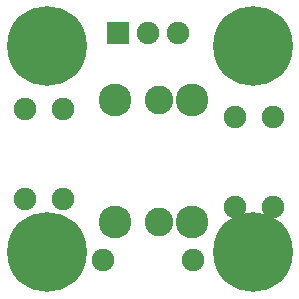
<source format=gbs>
G04 (created by PCBNEW-RS274X (2012-01-19 BZR 3256)-stable) date 6/12/2012 4:59:18 PM*
G01*
G70*
G90*
%MOIN*%
G04 Gerber Fmt 3.4, Leading zero omitted, Abs format*
%FSLAX34Y34*%
G04 APERTURE LIST*
%ADD10C,0.006000*%
%ADD11C,0.075000*%
%ADD12C,0.109000*%
%ADD13C,0.095200*%
%ADD14C,0.266100*%
%ADD15R,0.075000X0.075000*%
G04 APERTURE END LIST*
G54D10*
G54D11*
X41850Y-46425D03*
X41850Y-43425D03*
X43180Y-48430D03*
X46180Y-48430D03*
X47600Y-46675D03*
X47600Y-43675D03*
X40600Y-46425D03*
X40600Y-43425D03*
X48850Y-46675D03*
X48850Y-43675D03*
G54D12*
X43600Y-47175D03*
G54D13*
X45057Y-47175D03*
G54D12*
X46159Y-47175D03*
X46159Y-43120D03*
G54D13*
X45057Y-43120D03*
G54D12*
X43600Y-43120D03*
G54D14*
X48175Y-41325D03*
X41325Y-41325D03*
X41325Y-48175D03*
X48175Y-48175D03*
G54D15*
X43700Y-40880D03*
G54D11*
X44700Y-40880D03*
X45700Y-40880D03*
M02*

</source>
